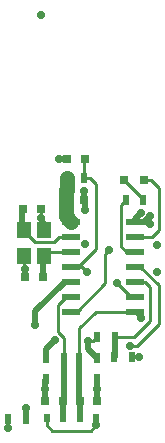
<source format=gbr>
G04 #@! TF.GenerationSoftware,KiCad,Pcbnew,6.0.0-rc1-unknown-bc47f08~65~ubuntu16.04.1*
G04 #@! TF.CreationDate,2018-07-24T22:08:04+03:00*
G04 #@! TF.ProjectId,i2c-moist-sensor,6932632D6D6F6973742D73656E736F72,rev?*
G04 #@! TF.SameCoordinates,Original*
G04 #@! TF.FileFunction,Copper,L1,Top,Signal*
G04 #@! TF.FilePolarity,Positive*
%FSLAX46Y46*%
G04 Gerber Fmt 4.6, Leading zero omitted, Abs format (unit mm)*
G04 Created by KiCad (PCBNEW 6.0.0-rc1-unknown-bc47f08~65~ubuntu16.04.1) date Tue Jul 24 22:08:04 2018*
%MOMM*%
%LPD*%
G01*
G04 APERTURE LIST*
G04 #@! TA.AperFunction,SMDPad,CuDef*
%ADD10R,1.200000X1.400000*%
G04 #@! TD*
G04 #@! TA.AperFunction,SMDPad,CuDef*
%ADD11R,0.800000X0.800000*%
G04 #@! TD*
G04 #@! TA.AperFunction,SMDPad,CuDef*
%ADD12R,0.600000X0.700000*%
G04 #@! TD*
G04 #@! TA.AperFunction,SMDPad,CuDef*
%ADD13R,0.800000X0.750000*%
G04 #@! TD*
G04 #@! TA.AperFunction,SMDPad,CuDef*
%ADD14R,0.500000X0.900000*%
G04 #@! TD*
G04 #@! TA.AperFunction,SMDPad,CuDef*
%ADD15R,1.500000X0.600000*%
G04 #@! TD*
G04 #@! TA.AperFunction,ViaPad*
%ADD16C,0.700000*%
G04 #@! TD*
G04 #@! TA.AperFunction,Conductor*
%ADD17C,0.508000*%
G04 #@! TD*
G04 #@! TA.AperFunction,Conductor*
%ADD18C,0.254000*%
G04 #@! TD*
G04 #@! TA.AperFunction,Conductor*
%ADD19C,1.270000*%
G04 #@! TD*
G04 APERTURE END LIST*
D10*
G04 #@! TO.P,X1,1*
G04 #@! TO.N,Net-(C1-Pad1)*
X91800000Y-42900000D03*
G04 #@! TO.P,X1,2*
G04 #@! TO.N,GND*
X91800000Y-40700000D03*
G04 #@! TO.P,X1,3*
G04 #@! TO.N,Net-(C2-Pad1)*
X90100000Y-40700000D03*
G04 #@! TO.P,X1,4*
G04 #@! TO.N,GND*
X90100000Y-42900000D03*
G04 #@! TD*
D11*
G04 #@! TO.P,D3,1*
G04 #@! TO.N,Net-(D3-Pad1)*
X100225000Y-36500000D03*
G04 #@! TO.P,D3,2*
G04 #@! TO.N,Net-(D3-Pad2)*
X98575000Y-36500000D03*
G04 #@! TD*
D12*
G04 #@! TO.P,D2,1*
G04 #@! TO.N,/SENSOR_TRACK*
X96204000Y-56642000D03*
G04 #@! TO.P,D2,2*
G04 #@! TO.N,/MISO/SENSE_HIGH*
X94804000Y-56642000D03*
G04 #@! TD*
G04 #@! TO.P,D1,1*
G04 #@! TO.N,/SENSE_LOW*
X93410000Y-56642000D03*
G04 #@! TO.P,D1,2*
G04 #@! TO.N,/SENSOR_TRACK*
X92010000Y-56642000D03*
G04 #@! TD*
D13*
G04 #@! TO.P,C1,1*
G04 #@! TO.N,Net-(C1-Pad1)*
X91700000Y-44700000D03*
G04 #@! TO.P,C1,2*
G04 #@! TO.N,GND*
X90200000Y-44700000D03*
G04 #@! TD*
G04 #@! TO.P,C2,1*
G04 #@! TO.N,Net-(C2-Pad1)*
X90000000Y-38900000D03*
G04 #@! TO.P,C2,2*
G04 #@! TO.N,GND*
X91500000Y-38900000D03*
G04 #@! TD*
G04 #@! TO.P,C3,1*
G04 #@! TO.N,VCC*
X93650000Y-38200000D03*
G04 #@! TO.P,C3,2*
G04 #@! TO.N,GND*
X95150000Y-38200000D03*
G04 #@! TD*
G04 #@! TO.P,C4,1*
G04 #@! TO.N,/SENSE_LOW*
X93400000Y-55150000D03*
G04 #@! TO.P,C4,2*
G04 #@! TO.N,GND*
X91900000Y-55150000D03*
G04 #@! TD*
G04 #@! TO.P,C5,1*
G04 #@! TO.N,/MISO/SENSE_HIGH*
X94800000Y-55150000D03*
G04 #@! TO.P,C5,2*
G04 #@! TO.N,GND*
X96300000Y-55150000D03*
G04 #@! TD*
G04 #@! TO.P,C6,1*
G04 #@! TO.N,/RESET*
X95250000Y-34700000D03*
G04 #@! TO.P,C6,2*
G04 #@! TO.N,GND*
X93750000Y-34700000D03*
G04 #@! TD*
D14*
G04 #@! TO.P,R1,1*
G04 #@! TO.N,/RESET*
X95200000Y-36300000D03*
G04 #@! TO.P,R1,2*
G04 #@! TO.N,VCC*
X93700000Y-36300000D03*
G04 #@! TD*
G04 #@! TO.P,R2,1*
G04 #@! TO.N,Net-(IC1-Pad11)*
X96278000Y-49784000D03*
G04 #@! TO.P,R2,2*
G04 #@! TO.N,/THERMISTOR*
X97778000Y-49784000D03*
G04 #@! TD*
G04 #@! TO.P,R4,1*
G04 #@! TO.N,/SENSOR_TRACK*
X88750000Y-56750000D03*
G04 #@! TO.P,R4,2*
G04 #@! TO.N,/EXCITATION*
X90250000Y-56750000D03*
G04 #@! TD*
G04 #@! TO.P,R5,1*
G04 #@! TO.N,/SENSE_LOW*
X93460000Y-51562000D03*
G04 #@! TO.P,R5,2*
G04 #@! TO.N,Net-(IC1-Pad11)*
X91960000Y-51562000D03*
G04 #@! TD*
G04 #@! TO.P,R6,1*
G04 #@! TO.N,/MISO/SENSE_HIGH*
X94754000Y-51562000D03*
G04 #@! TO.P,R6,2*
G04 #@! TO.N,Net-(IC1-Pad11)*
X96254000Y-51562000D03*
G04 #@! TD*
G04 #@! TO.P,R7,1*
G04 #@! TO.N,GND*
X91960000Y-53340000D03*
G04 #@! TO.P,R7,2*
G04 #@! TO.N,/SENSE_LOW*
X93460000Y-53340000D03*
G04 #@! TD*
G04 #@! TO.P,R8,1*
G04 #@! TO.N,GND*
X96254000Y-53340000D03*
G04 #@! TO.P,R8,2*
G04 #@! TO.N,/MISO/SENSE_HIGH*
X94754000Y-53340000D03*
G04 #@! TD*
G04 #@! TO.P,R9,1*
G04 #@! TO.N,Net-(D3-Pad2)*
X100200000Y-38200000D03*
G04 #@! TO.P,R9,2*
G04 #@! TO.N,Net-(IC1-Pad12)*
X98700000Y-38200000D03*
G04 #@! TD*
G04 #@! TO.P,TH1,1*
G04 #@! TO.N,/THERMISTOR*
X97750000Y-51500000D03*
G04 #@! TO.P,TH1,2*
G04 #@! TO.N,GND*
X99250000Y-51500000D03*
G04 #@! TD*
D15*
G04 #@! TO.P,IC1,1*
G04 #@! TO.N,VCC*
X94100000Y-39990000D03*
G04 #@! TO.P,IC1,2*
G04 #@! TO.N,Net-(C2-Pad1)*
X94100000Y-41260000D03*
G04 #@! TO.P,IC1,3*
G04 #@! TO.N,Net-(C1-Pad1)*
X94100000Y-42530000D03*
G04 #@! TO.P,IC1,4*
G04 #@! TO.N,/RESET*
X94100000Y-43800000D03*
G04 #@! TO.P,IC1,5*
G04 #@! TO.N,/EXCITATION*
X94100000Y-45070000D03*
G04 #@! TO.P,IC1,6*
G04 #@! TO.N,/SENSE_LOW*
X94100000Y-46340000D03*
G04 #@! TO.P,IC1,7*
G04 #@! TO.N,/MOSI/SDA*
X94100000Y-47610000D03*
G04 #@! TO.P,IC1,8*
G04 #@! TO.N,/MISO/SENSE_HIGH*
X99500000Y-47610000D03*
G04 #@! TO.P,IC1,9*
G04 #@! TO.N,/SCK/SCL*
X99500000Y-46340000D03*
G04 #@! TO.P,IC1,10*
G04 #@! TO.N,/THERMISTOR*
X99500000Y-45070000D03*
G04 #@! TO.P,IC1,11*
G04 #@! TO.N,Net-(IC1-Pad11)*
X99500000Y-43800000D03*
G04 #@! TO.P,IC1,12*
G04 #@! TO.N,Net-(IC1-Pad12)*
X99500000Y-42530000D03*
G04 #@! TO.P,IC1,13*
G04 #@! TO.N,Net-(D3-Pad1)*
X99500000Y-41260000D03*
G04 #@! TO.P,IC1,14*
G04 #@! TO.N,GND*
X99500000Y-39990000D03*
G04 #@! TD*
D16*
G04 #@! TO.N,GND*
X99800000Y-51500000D03*
X95300000Y-39000000D03*
X95200000Y-37400000D03*
X93100000Y-34700000D03*
X95294552Y-41900000D03*
X91550000Y-39700000D03*
X90150000Y-44000000D03*
X91500000Y-22500000D03*
X100745190Y-40200000D03*
X100750000Y-39500000D03*
X100000000Y-39250006D03*
X91900000Y-54200000D03*
X96300000Y-54200000D03*
G04 #@! TO.N,VCC*
X93700000Y-37300000D03*
X101400000Y-42000000D03*
X93650000Y-39540000D03*
G04 #@! TO.N,/SENSOR_TRACK*
X88750000Y-57500000D03*
X96204000Y-57246000D03*
G04 #@! TO.N,/RESET*
X95460000Y-44270000D03*
G04 #@! TO.N,/EXCITATION*
X90250000Y-55749996D03*
X91050000Y-48750002D03*
G04 #@! TO.N,/SCK/SCL*
X98000000Y-45200000D03*
G04 #@! TO.N,/MOSI/SDA*
X97300000Y-42400000D03*
G04 #@! TO.N,/MISO/SENSE_HIGH*
X101400000Y-44300000D03*
X100000000Y-48200000D03*
G04 #@! TO.N,Net-(IC1-Pad11)*
X95500000Y-50100000D03*
X99100000Y-50500000D03*
X92710000Y-50038000D03*
G04 #@! TD*
D17*
G04 #@! TO.N,Net-(C1-Pad1)*
X91700000Y-43000000D02*
X91800000Y-42900000D01*
X91700000Y-44700000D02*
X91700000Y-43000000D01*
D18*
X92170000Y-42530000D02*
X91800000Y-42900000D01*
X94100000Y-42530000D02*
X92170000Y-42530000D01*
G04 #@! TO.N,GND*
X99250000Y-51500000D02*
X99800000Y-51500000D01*
D17*
X95300000Y-38505026D02*
X95300000Y-39000000D01*
X95300000Y-38350000D02*
X95300000Y-38505026D01*
X95150000Y-38200000D02*
X95300000Y-38350000D01*
X95150000Y-38200000D02*
X95150000Y-37450000D01*
X95150000Y-37450000D02*
X95200000Y-37400000D01*
D18*
X90100000Y-43650000D02*
X90150000Y-43700000D01*
X90100000Y-42900000D02*
X90100000Y-43650000D01*
D17*
X90200000Y-44050000D02*
X90150000Y-44000000D01*
X90200000Y-44700000D02*
X90200000Y-44050000D01*
D18*
X91500000Y-39650000D02*
X91550000Y-39700000D01*
X91500000Y-38900000D02*
X91500000Y-39650000D01*
X91800000Y-39950000D02*
X91550000Y-39700000D01*
X91800000Y-40700000D02*
X91800000Y-39950000D01*
D17*
X91900000Y-53400000D02*
X91960000Y-53340000D01*
X91900000Y-55150000D02*
X91900000Y-53400000D01*
D18*
X91900000Y-55058000D02*
X91900000Y-54694974D01*
X91900000Y-54694974D02*
X91900000Y-54200000D01*
X91960000Y-55118000D02*
X91900000Y-55058000D01*
X91960000Y-54140000D02*
X91900000Y-54200000D01*
X91960000Y-53340000D02*
X91960000Y-54140000D01*
D17*
X96300000Y-53386000D02*
X96254000Y-53340000D01*
X96300000Y-55150000D02*
X96300000Y-53386000D01*
X96300000Y-53374000D02*
X96300000Y-53705026D01*
X96300000Y-53705026D02*
X96300000Y-54200000D01*
X96266000Y-53340000D02*
X96300000Y-53374000D01*
X93750000Y-34700000D02*
X93100000Y-34700000D01*
X99500000Y-39750006D02*
X100000000Y-39250006D01*
X99500000Y-39990000D02*
X99500000Y-39750006D01*
X100535190Y-39990000D02*
X100745190Y-40200000D01*
X99500000Y-39990000D02*
X100535190Y-39990000D01*
X100260000Y-39990000D02*
X100750000Y-39500000D01*
X99500000Y-39990000D02*
X100260000Y-39990000D01*
D18*
G04 #@! TO.N,Net-(C2-Pad1)*
X90000000Y-40600000D02*
X90100000Y-40700000D01*
D17*
X89950000Y-40550000D02*
X90100000Y-40700000D01*
X89950000Y-38950000D02*
X89950000Y-40550000D01*
D18*
X90100000Y-40800000D02*
X90100000Y-40700000D01*
X91004801Y-41704801D02*
X90100000Y-40800000D01*
X93096000Y-41260000D02*
X94100000Y-41260000D01*
X92651199Y-41704801D02*
X93096000Y-41260000D01*
X91004801Y-41704801D02*
X92651199Y-41704801D01*
D19*
G04 #@! TO.N,VCC*
X93650000Y-38200000D02*
X93650000Y-37350000D01*
X93650000Y-37350000D02*
X93700000Y-37300000D01*
X93700000Y-36300000D02*
X93700000Y-37300000D01*
X94100000Y-39990000D02*
X93650000Y-39540000D01*
X93650000Y-39540000D02*
X93650000Y-38200000D01*
D17*
X93800000Y-38350000D02*
X93650000Y-38200000D01*
G04 #@! TO.N,/SENSE_LOW*
X93410000Y-55180000D02*
X93472000Y-55118000D01*
X93410000Y-56642000D02*
X93410000Y-55180000D01*
X93472000Y-55118000D02*
X93472000Y-53340000D01*
X93472000Y-53340000D02*
X93472000Y-51562000D01*
D18*
X93472000Y-51562000D02*
X93472000Y-51308000D01*
X93650000Y-46340000D02*
X94100000Y-46340000D01*
X92945199Y-47044801D02*
X93650000Y-46340000D01*
X92945199Y-49304093D02*
X92945199Y-47044801D01*
X93460000Y-49818894D02*
X92945199Y-49304093D01*
X93460000Y-51562000D02*
X93460000Y-49818894D01*
G04 #@! TO.N,/SENSOR_TRACK*
X96204000Y-56642000D02*
X96204000Y-57246000D01*
X96204000Y-57246000D02*
X95730999Y-57719001D01*
X92483001Y-57719001D02*
X92010000Y-57246000D01*
X95730999Y-57719001D02*
X92483001Y-57719001D01*
X92010000Y-57246000D02*
X92010000Y-56642000D01*
X88750000Y-56750000D02*
X88750000Y-57500000D01*
X96204000Y-57023000D02*
X96204000Y-57246000D01*
X96204000Y-57246000D02*
X96204000Y-57023000D01*
D17*
G04 #@! TO.N,/THERMISTOR*
X97778000Y-49784000D02*
X97778000Y-51472000D01*
X97778000Y-51472000D02*
X97750000Y-51500000D01*
D18*
X97778000Y-49784000D02*
X99416000Y-49784000D01*
X100800000Y-45500000D02*
X100370000Y-45070000D01*
X99416000Y-49784000D02*
X100800000Y-48400000D01*
X100800000Y-48400000D02*
X100800000Y-45500000D01*
X100370000Y-45070000D02*
X99500000Y-45070000D01*
G04 #@! TO.N,/RESET*
X94100000Y-43800000D02*
X94800000Y-43800000D01*
X94800000Y-43800000D02*
X94800000Y-43800000D01*
X95200000Y-34750000D02*
X95250000Y-34700000D01*
X95200000Y-36300000D02*
X95200000Y-34750000D01*
X94990000Y-43800000D02*
X95460000Y-44270000D01*
X94100000Y-43800000D02*
X94990000Y-43800000D01*
X95704000Y-36300000D02*
X95200000Y-36300000D01*
X94100000Y-43800000D02*
X94700000Y-43800000D01*
X94700000Y-43800000D02*
X96200000Y-42300000D01*
X96200000Y-36796000D02*
X95704000Y-36300000D01*
X96200000Y-42300000D02*
X96200000Y-36796000D01*
D17*
G04 #@! TO.N,/EXCITATION*
X90250000Y-55749996D02*
X90250000Y-56750000D01*
X94100000Y-45070000D02*
X93542758Y-45070000D01*
X93542758Y-45070000D02*
X91050000Y-47562758D01*
X91050000Y-48255028D02*
X91050000Y-48750002D01*
X91050000Y-47562758D02*
X91050000Y-48255028D01*
D18*
G04 #@! TO.N,Net-(D3-Pad2)*
X100200000Y-38125000D02*
X98575000Y-36500000D01*
X100200000Y-38200000D02*
X100200000Y-38125000D01*
G04 #@! TO.N,Net-(D3-Pad1)*
X100200000Y-36550700D02*
X100149300Y-36500000D01*
X99500000Y-41260000D02*
X100940000Y-41260000D01*
X100940000Y-41260000D02*
X101500000Y-40700000D01*
X100879000Y-36500000D02*
X100225000Y-36500000D01*
X101500000Y-37121000D02*
X100879000Y-36500000D01*
X101500000Y-40700000D02*
X101500000Y-37121000D01*
G04 #@! TO.N,/SCK/SCL*
X99500000Y-46340000D02*
X99050000Y-46340000D01*
X99140000Y-46340000D02*
X99500000Y-46340000D01*
X98000000Y-45200000D02*
X99140000Y-46340000D01*
G04 #@! TO.N,/MOSI/SDA*
X94550000Y-47610000D02*
X94100000Y-47610000D01*
X96950001Y-42749999D02*
X96950001Y-45209999D01*
X96950001Y-45209999D02*
X94550000Y-47610000D01*
X97300000Y-42400000D02*
X96950001Y-42749999D01*
G04 #@! TO.N,/MISO/SENSE_HIGH*
X94754000Y-51562000D02*
X94754000Y-49046000D01*
X94754000Y-49046000D02*
X96190000Y-47610000D01*
X98496000Y-47610000D02*
X99500000Y-47610000D01*
X96190000Y-47610000D02*
X98496000Y-47610000D01*
D17*
X94804000Y-55180000D02*
X94742000Y-55118000D01*
X94804000Y-56642000D02*
X94804000Y-55180000D01*
X94742000Y-55118000D02*
X94742000Y-53340000D01*
X94742000Y-53340000D02*
X94742000Y-51562000D01*
D18*
X99110000Y-47610000D02*
X99500000Y-47610000D01*
X99500000Y-47700000D02*
X100000000Y-48200000D01*
X99500000Y-47610000D02*
X99500000Y-47700000D01*
G04 #@! TO.N,Net-(IC1-Pad11)*
X95500000Y-50100000D02*
X95962000Y-50100000D01*
X95962000Y-50100000D02*
X96278000Y-49784000D01*
D17*
X96266000Y-51562000D02*
X95500000Y-50796000D01*
X95500000Y-50796000D02*
X95500000Y-50594974D01*
X95500000Y-50594974D02*
X95500000Y-50100000D01*
D18*
X101500000Y-48700000D02*
X99700000Y-50500000D01*
X99700000Y-50500000D02*
X99100000Y-50500000D01*
X101500000Y-45350000D02*
X101500000Y-48700000D01*
X99500000Y-43800000D02*
X99950000Y-43800000D01*
X99950000Y-43800000D02*
X101500000Y-45350000D01*
D17*
X91960000Y-50788000D02*
X91960000Y-51562000D01*
X92710000Y-50038000D02*
X91960000Y-50788000D01*
D18*
G04 #@! TO.N,Net-(IC1-Pad12)*
X98700000Y-38200000D02*
X98300000Y-38600000D01*
X98300000Y-38600000D02*
X98300000Y-42100000D01*
X98300000Y-42100000D02*
X98730000Y-42530000D01*
X98730000Y-42530000D02*
X99500000Y-42530000D01*
G04 #@! TD*
M02*

</source>
